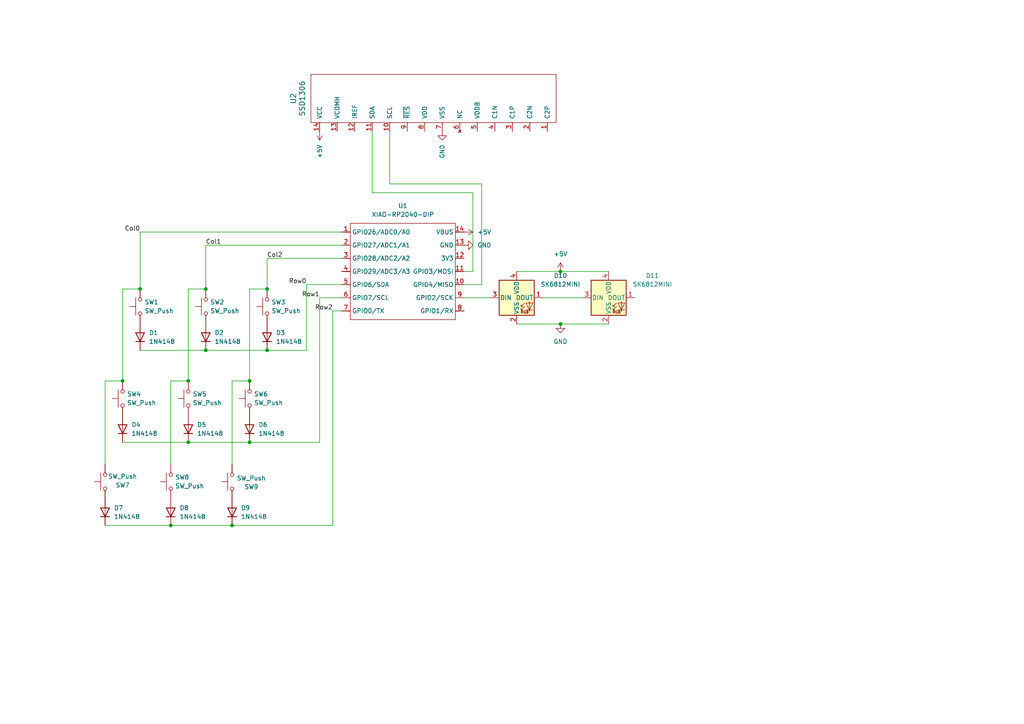
<source format=kicad_sch>
(kicad_sch
	(version 20250114)
	(generator "eeschema")
	(generator_version "9.0")
	(uuid "5a0e4c7f-9d00-4f73-84f1-b155b5a826ff")
	(paper "A4")
	(lib_symbols
		(symbol "Diode:1N4148"
			(pin_numbers
				(hide yes)
			)
			(pin_names
				(hide yes)
			)
			(exclude_from_sim no)
			(in_bom yes)
			(on_board yes)
			(property "Reference" "D"
				(at 0 2.54 0)
				(effects
					(font
						(size 1.27 1.27)
					)
				)
			)
			(property "Value" "1N4148"
				(at 0 -2.54 0)
				(effects
					(font
						(size 1.27 1.27)
					)
				)
			)
			(property "Footprint" "Diode_THT:D_DO-35_SOD27_P7.62mm_Horizontal"
				(at 0 0 0)
				(effects
					(font
						(size 1.27 1.27)
					)
					(hide yes)
				)
			)
			(property "Datasheet" "https://assets.nexperia.com/documents/data-sheet/1N4148_1N4448.pdf"
				(at 0 0 0)
				(effects
					(font
						(size 1.27 1.27)
					)
					(hide yes)
				)
			)
			(property "Description" "100V 0.15A standard switching diode, DO-35"
				(at 0 0 0)
				(effects
					(font
						(size 1.27 1.27)
					)
					(hide yes)
				)
			)
			(property "Sim.Device" "D"
				(at 0 0 0)
				(effects
					(font
						(size 1.27 1.27)
					)
					(hide yes)
				)
			)
			(property "Sim.Pins" "1=K 2=A"
				(at 0 0 0)
				(effects
					(font
						(size 1.27 1.27)
					)
					(hide yes)
				)
			)
			(property "ki_keywords" "diode"
				(at 0 0 0)
				(effects
					(font
						(size 1.27 1.27)
					)
					(hide yes)
				)
			)
			(property "ki_fp_filters" "D*DO?35*"
				(at 0 0 0)
				(effects
					(font
						(size 1.27 1.27)
					)
					(hide yes)
				)
			)
			(symbol "1N4148_0_1"
				(polyline
					(pts
						(xy -1.27 1.27) (xy -1.27 -1.27)
					)
					(stroke
						(width 0.254)
						(type default)
					)
					(fill
						(type none)
					)
				)
				(polyline
					(pts
						(xy 1.27 1.27) (xy 1.27 -1.27) (xy -1.27 0) (xy 1.27 1.27)
					)
					(stroke
						(width 0.254)
						(type default)
					)
					(fill
						(type none)
					)
				)
				(polyline
					(pts
						(xy 1.27 0) (xy -1.27 0)
					)
					(stroke
						(width 0)
						(type default)
					)
					(fill
						(type none)
					)
				)
			)
			(symbol "1N4148_1_1"
				(pin passive line
					(at -3.81 0 0)
					(length 2.54)
					(name "K"
						(effects
							(font
								(size 1.27 1.27)
							)
						)
					)
					(number "1"
						(effects
							(font
								(size 1.27 1.27)
							)
						)
					)
				)
				(pin passive line
					(at 3.81 0 180)
					(length 2.54)
					(name "A"
						(effects
							(font
								(size 1.27 1.27)
							)
						)
					)
					(number "2"
						(effects
							(font
								(size 1.27 1.27)
							)
						)
					)
				)
			)
			(embedded_fonts no)
		)
		(symbol "LED:SK6812MINI"
			(pin_names
				(offset 0.254)
			)
			(exclude_from_sim no)
			(in_bom yes)
			(on_board yes)
			(property "Reference" "D"
				(at 5.08 5.715 0)
				(effects
					(font
						(size 1.27 1.27)
					)
					(justify right bottom)
				)
			)
			(property "Value" "SK6812MINI"
				(at 1.27 -5.715 0)
				(effects
					(font
						(size 1.27 1.27)
					)
					(justify left top)
				)
			)
			(property "Footprint" "LED_SMD:LED_SK6812MINI_PLCC4_3.5x3.5mm_P1.75mm"
				(at 1.27 -7.62 0)
				(effects
					(font
						(size 1.27 1.27)
					)
					(justify left top)
					(hide yes)
				)
			)
			(property "Datasheet" "https://cdn-shop.adafruit.com/product-files/2686/SK6812MINI_REV.01-1-2.pdf"
				(at 2.54 -9.525 0)
				(effects
					(font
						(size 1.27 1.27)
					)
					(justify left top)
					(hide yes)
				)
			)
			(property "Description" "RGB LED with integrated controller"
				(at 0 0 0)
				(effects
					(font
						(size 1.27 1.27)
					)
					(hide yes)
				)
			)
			(property "ki_keywords" "RGB LED NeoPixel Mini addressable"
				(at 0 0 0)
				(effects
					(font
						(size 1.27 1.27)
					)
					(hide yes)
				)
			)
			(property "ki_fp_filters" "LED*SK6812MINI*PLCC*3.5x3.5mm*P1.75mm*"
				(at 0 0 0)
				(effects
					(font
						(size 1.27 1.27)
					)
					(hide yes)
				)
			)
			(symbol "SK6812MINI_0_0"
				(text "RGB"
					(at 2.286 -4.191 0)
					(effects
						(font
							(size 0.762 0.762)
						)
					)
				)
			)
			(symbol "SK6812MINI_0_1"
				(polyline
					(pts
						(xy 1.27 -2.54) (xy 1.778 -2.54)
					)
					(stroke
						(width 0)
						(type default)
					)
					(fill
						(type none)
					)
				)
				(polyline
					(pts
						(xy 1.27 -3.556) (xy 1.778 -3.556)
					)
					(stroke
						(width 0)
						(type default)
					)
					(fill
						(type none)
					)
				)
				(polyline
					(pts
						(xy 2.286 -1.524) (xy 1.27 -2.54) (xy 1.27 -2.032)
					)
					(stroke
						(width 0)
						(type default)
					)
					(fill
						(type none)
					)
				)
				(polyline
					(pts
						(xy 2.286 -2.54) (xy 1.27 -3.556) (xy 1.27 -3.048)
					)
					(stroke
						(width 0)
						(type default)
					)
					(fill
						(type none)
					)
				)
				(polyline
					(pts
						(xy 3.683 -1.016) (xy 3.683 -3.556) (xy 3.683 -4.064)
					)
					(stroke
						(width 0)
						(type default)
					)
					(fill
						(type none)
					)
				)
				(polyline
					(pts
						(xy 4.699 -1.524) (xy 2.667 -1.524) (xy 3.683 -3.556) (xy 4.699 -1.524)
					)
					(stroke
						(width 0)
						(type default)
					)
					(fill
						(type none)
					)
				)
				(polyline
					(pts
						(xy 4.699 -3.556) (xy 2.667 -3.556)
					)
					(stroke
						(width 0)
						(type default)
					)
					(fill
						(type none)
					)
				)
				(rectangle
					(start 5.08 5.08)
					(end -5.08 -5.08)
					(stroke
						(width 0.254)
						(type default)
					)
					(fill
						(type background)
					)
				)
			)
			(symbol "SK6812MINI_1_1"
				(pin input line
					(at -7.62 0 0)
					(length 2.54)
					(name "DIN"
						(effects
							(font
								(size 1.27 1.27)
							)
						)
					)
					(number "3"
						(effects
							(font
								(size 1.27 1.27)
							)
						)
					)
				)
				(pin power_in line
					(at 0 7.62 270)
					(length 2.54)
					(name "VDD"
						(effects
							(font
								(size 1.27 1.27)
							)
						)
					)
					(number "4"
						(effects
							(font
								(size 1.27 1.27)
							)
						)
					)
				)
				(pin power_in line
					(at 0 -7.62 90)
					(length 2.54)
					(name "VSS"
						(effects
							(font
								(size 1.27 1.27)
							)
						)
					)
					(number "2"
						(effects
							(font
								(size 1.27 1.27)
							)
						)
					)
				)
				(pin output line
					(at 7.62 0 180)
					(length 2.54)
					(name "DOUT"
						(effects
							(font
								(size 1.27 1.27)
							)
						)
					)
					(number "1"
						(effects
							(font
								(size 1.27 1.27)
							)
						)
					)
				)
			)
			(embedded_fonts no)
		)
		(symbol "OLED:SSD1306"
			(pin_names
				(offset 1.016)
			)
			(exclude_from_sim no)
			(in_bom yes)
			(on_board yes)
			(property "Reference" "U"
				(at 34.29 15.24 0)
				(effects
					(font
						(size 1.524 1.524)
					)
					(justify right top)
				)
			)
			(property "Value" "SSD1306"
				(at -34.29 15.24 0)
				(effects
					(font
						(size 1.524 1.524)
					)
					(justify left top)
				)
			)
			(property "Footprint" ""
				(at 0 0 0)
				(effects
					(font
						(size 1.524 1.524)
					)
					(hide yes)
				)
			)
			(property "Datasheet" ""
				(at 0 0 0)
				(effects
					(font
						(size 1.524 1.524)
					)
					(hide yes)
				)
			)
			(property "Description" ""
				(at 0 0 0)
				(effects
					(font
						(size 1.27 1.27)
					)
					(hide yes)
				)
			)
			(symbol "SSD1306_0_1"
				(rectangle
					(start -35.56 16.51)
					(end 35.56 2.54)
					(stroke
						(width 0)
						(type solid)
					)
					(fill
						(type none)
					)
				)
			)
			(symbol "SSD1306_1_1"
				(pin input line
					(at -33.02 0 90)
					(length 2.54)
					(name "C2P"
						(effects
							(font
								(size 1.27 1.27)
							)
						)
					)
					(number "1"
						(effects
							(font
								(size 1.27 1.27)
							)
						)
					)
				)
				(pin input line
					(at -27.94 0 90)
					(length 2.54)
					(name "C2N"
						(effects
							(font
								(size 1.27 1.27)
							)
						)
					)
					(number "2"
						(effects
							(font
								(size 1.27 1.27)
							)
						)
					)
				)
				(pin input line
					(at -22.86 0 90)
					(length 2.54)
					(name "C1P"
						(effects
							(font
								(size 1.27 1.27)
							)
						)
					)
					(number "3"
						(effects
							(font
								(size 1.27 1.27)
							)
						)
					)
				)
				(pin input line
					(at -17.78 0 90)
					(length 2.54)
					(name "C1N"
						(effects
							(font
								(size 1.27 1.27)
							)
						)
					)
					(number "4"
						(effects
							(font
								(size 1.27 1.27)
							)
						)
					)
				)
				(pin input line
					(at -12.7 0 90)
					(length 2.54)
					(name "VDDB"
						(effects
							(font
								(size 1.27 1.27)
							)
						)
					)
					(number "5"
						(effects
							(font
								(size 1.27 1.27)
							)
						)
					)
				)
				(pin no_connect line
					(at -7.62 0 90)
					(length 2.54)
					(name "NC"
						(effects
							(font
								(size 1.27 1.27)
							)
						)
					)
					(number "6"
						(effects
							(font
								(size 1.27 1.27)
							)
						)
					)
				)
				(pin output line
					(at -2.54 0 90)
					(length 2.54)
					(name "VSS"
						(effects
							(font
								(size 1.27 1.27)
							)
						)
					)
					(number "7"
						(effects
							(font
								(size 1.27 1.27)
							)
						)
					)
				)
				(pin input line
					(at 2.54 0 90)
					(length 2.54)
					(name "VDD"
						(effects
							(font
								(size 1.27 1.27)
							)
						)
					)
					(number "8"
						(effects
							(font
								(size 1.27 1.27)
							)
						)
					)
				)
				(pin input line
					(at 7.62 0 90)
					(length 2.54)
					(name "~{RES}"
						(effects
							(font
								(size 1.27 1.27)
							)
						)
					)
					(number "9"
						(effects
							(font
								(size 1.27 1.27)
							)
						)
					)
				)
				(pin input line
					(at 12.7 0 90)
					(length 2.54)
					(name "SCL"
						(effects
							(font
								(size 1.27 1.27)
							)
						)
					)
					(number "10"
						(effects
							(font
								(size 1.27 1.27)
							)
						)
					)
				)
				(pin input line
					(at 17.78 0 90)
					(length 2.54)
					(name "SDA"
						(effects
							(font
								(size 1.27 1.27)
							)
						)
					)
					(number "11"
						(effects
							(font
								(size 1.27 1.27)
							)
						)
					)
				)
				(pin input line
					(at 22.86 0 90)
					(length 2.54)
					(name "IREF"
						(effects
							(font
								(size 1.27 1.27)
							)
						)
					)
					(number "12"
						(effects
							(font
								(size 1.27 1.27)
							)
						)
					)
				)
				(pin input line
					(at 27.94 0 90)
					(length 2.54)
					(name "VCOMH"
						(effects
							(font
								(size 1.27 1.27)
							)
						)
					)
					(number "13"
						(effects
							(font
								(size 1.27 1.27)
							)
						)
					)
				)
				(pin input line
					(at 33.02 0 90)
					(length 2.54)
					(name "VCC"
						(effects
							(font
								(size 1.27 1.27)
							)
						)
					)
					(number "14"
						(effects
							(font
								(size 1.27 1.27)
							)
						)
					)
				)
			)
			(embedded_fonts no)
		)
		(symbol "OPL:XIAO-RP2040-DIP"
			(exclude_from_sim no)
			(in_bom yes)
			(on_board yes)
			(property "Reference" "U"
				(at 0 0 0)
				(effects
					(font
						(size 1.27 1.27)
					)
				)
			)
			(property "Value" "XIAO-RP2040-DIP"
				(at 5.334 -1.778 0)
				(effects
					(font
						(size 1.27 1.27)
					)
				)
			)
			(property "Footprint" "Module:MOUDLE14P-XIAO-DIP-SMD"
				(at 14.478 -32.258 0)
				(effects
					(font
						(size 1.27 1.27)
					)
					(hide yes)
				)
			)
			(property "Datasheet" ""
				(at 0 0 0)
				(effects
					(font
						(size 1.27 1.27)
					)
					(hide yes)
				)
			)
			(property "Description" ""
				(at 0 0 0)
				(effects
					(font
						(size 1.27 1.27)
					)
					(hide yes)
				)
			)
			(symbol "XIAO-RP2040-DIP_1_0"
				(polyline
					(pts
						(xy -1.27 -2.54) (xy 29.21 -2.54)
					)
					(stroke
						(width 0.1524)
						(type solid)
					)
					(fill
						(type none)
					)
				)
				(polyline
					(pts
						(xy -1.27 -5.08) (xy -2.54 -5.08)
					)
					(stroke
						(width 0.1524)
						(type solid)
					)
					(fill
						(type none)
					)
				)
				(polyline
					(pts
						(xy -1.27 -5.08) (xy -1.27 -2.54)
					)
					(stroke
						(width 0.1524)
						(type solid)
					)
					(fill
						(type none)
					)
				)
				(polyline
					(pts
						(xy -1.27 -8.89) (xy -2.54 -8.89)
					)
					(stroke
						(width 0.1524)
						(type solid)
					)
					(fill
						(type none)
					)
				)
				(polyline
					(pts
						(xy -1.27 -8.89) (xy -1.27 -5.08)
					)
					(stroke
						(width 0.1524)
						(type solid)
					)
					(fill
						(type none)
					)
				)
				(polyline
					(pts
						(xy -1.27 -12.7) (xy -2.54 -12.7)
					)
					(stroke
						(width 0.1524)
						(type solid)
					)
					(fill
						(type none)
					)
				)
				(polyline
					(pts
						(xy -1.27 -12.7) (xy -1.27 -8.89)
					)
					(stroke
						(width 0.1524)
						(type solid)
					)
					(fill
						(type none)
					)
				)
				(polyline
					(pts
						(xy -1.27 -16.51) (xy -2.54 -16.51)
					)
					(stroke
						(width 0.1524)
						(type solid)
					)
					(fill
						(type none)
					)
				)
				(polyline
					(pts
						(xy -1.27 -16.51) (xy -1.27 -12.7)
					)
					(stroke
						(width 0.1524)
						(type solid)
					)
					(fill
						(type none)
					)
				)
				(polyline
					(pts
						(xy -1.27 -20.32) (xy -2.54 -20.32)
					)
					(stroke
						(width 0.1524)
						(type solid)
					)
					(fill
						(type none)
					)
				)
				(polyline
					(pts
						(xy -1.27 -24.13) (xy -2.54 -24.13)
					)
					(stroke
						(width 0.1524)
						(type solid)
					)
					(fill
						(type none)
					)
				)
				(polyline
					(pts
						(xy -1.27 -27.94) (xy -2.54 -27.94)
					)
					(stroke
						(width 0.1524)
						(type solid)
					)
					(fill
						(type none)
					)
				)
				(polyline
					(pts
						(xy -1.27 -30.48) (xy -1.27 -16.51)
					)
					(stroke
						(width 0.1524)
						(type solid)
					)
					(fill
						(type none)
					)
				)
				(polyline
					(pts
						(xy 29.21 -2.54) (xy 29.21 -5.08)
					)
					(stroke
						(width 0.1524)
						(type solid)
					)
					(fill
						(type none)
					)
				)
				(polyline
					(pts
						(xy 29.21 -5.08) (xy 29.21 -8.89)
					)
					(stroke
						(width 0.1524)
						(type solid)
					)
					(fill
						(type none)
					)
				)
				(polyline
					(pts
						(xy 29.21 -8.89) (xy 29.21 -12.7)
					)
					(stroke
						(width 0.1524)
						(type solid)
					)
					(fill
						(type none)
					)
				)
				(polyline
					(pts
						(xy 29.21 -12.7) (xy 29.21 -30.48)
					)
					(stroke
						(width 0.1524)
						(type solid)
					)
					(fill
						(type none)
					)
				)
				(polyline
					(pts
						(xy 29.21 -30.48) (xy -1.27 -30.48)
					)
					(stroke
						(width 0.1524)
						(type solid)
					)
					(fill
						(type none)
					)
				)
				(polyline
					(pts
						(xy 30.48 -5.08) (xy 29.21 -5.08)
					)
					(stroke
						(width 0.1524)
						(type solid)
					)
					(fill
						(type none)
					)
				)
				(polyline
					(pts
						(xy 30.48 -8.89) (xy 29.21 -8.89)
					)
					(stroke
						(width 0.1524)
						(type solid)
					)
					(fill
						(type none)
					)
				)
				(polyline
					(pts
						(xy 30.48 -12.7) (xy 29.21 -12.7)
					)
					(stroke
						(width 0.1524)
						(type solid)
					)
					(fill
						(type none)
					)
				)
				(polyline
					(pts
						(xy 30.48 -16.51) (xy 29.21 -16.51)
					)
					(stroke
						(width 0.1524)
						(type solid)
					)
					(fill
						(type none)
					)
				)
				(polyline
					(pts
						(xy 30.48 -20.32) (xy 29.21 -20.32)
					)
					(stroke
						(width 0.1524)
						(type solid)
					)
					(fill
						(type none)
					)
				)
				(polyline
					(pts
						(xy 30.48 -24.13) (xy 29.21 -24.13)
					)
					(stroke
						(width 0.1524)
						(type solid)
					)
					(fill
						(type none)
					)
				)
				(polyline
					(pts
						(xy 30.48 -27.94) (xy 29.21 -27.94)
					)
					(stroke
						(width 0.1524)
						(type solid)
					)
					(fill
						(type none)
					)
				)
				(pin passive line
					(at -3.81 -5.08 0)
					(length 2.54)
					(name "GPIO26/ADC0/A0"
						(effects
							(font
								(size 1.27 1.27)
							)
						)
					)
					(number "1"
						(effects
							(font
								(size 1.27 1.27)
							)
						)
					)
				)
				(pin passive line
					(at -3.81 -8.89 0)
					(length 2.54)
					(name "GPIO27/ADC1/A1"
						(effects
							(font
								(size 1.27 1.27)
							)
						)
					)
					(number "2"
						(effects
							(font
								(size 1.27 1.27)
							)
						)
					)
				)
				(pin passive line
					(at -3.81 -12.7 0)
					(length 2.54)
					(name "GPIO28/ADC2/A2"
						(effects
							(font
								(size 1.27 1.27)
							)
						)
					)
					(number "3"
						(effects
							(font
								(size 1.27 1.27)
							)
						)
					)
				)
				(pin passive line
					(at -3.81 -16.51 0)
					(length 2.54)
					(name "GPIO29/ADC3/A3"
						(effects
							(font
								(size 1.27 1.27)
							)
						)
					)
					(number "4"
						(effects
							(font
								(size 1.27 1.27)
							)
						)
					)
				)
				(pin passive line
					(at -3.81 -20.32 0)
					(length 2.54)
					(name "GPIO6/SDA"
						(effects
							(font
								(size 1.27 1.27)
							)
						)
					)
					(number "5"
						(effects
							(font
								(size 1.27 1.27)
							)
						)
					)
				)
				(pin passive line
					(at -3.81 -24.13 0)
					(length 2.54)
					(name "GPIO7/SCL"
						(effects
							(font
								(size 1.27 1.27)
							)
						)
					)
					(number "6"
						(effects
							(font
								(size 1.27 1.27)
							)
						)
					)
				)
				(pin passive line
					(at -3.81 -27.94 0)
					(length 2.54)
					(name "GPIO0/TX"
						(effects
							(font
								(size 1.27 1.27)
							)
						)
					)
					(number "7"
						(effects
							(font
								(size 1.27 1.27)
							)
						)
					)
				)
				(pin passive line
					(at 31.75 -5.08 180)
					(length 2.54)
					(name "VBUS"
						(effects
							(font
								(size 1.27 1.27)
							)
						)
					)
					(number "14"
						(effects
							(font
								(size 1.27 1.27)
							)
						)
					)
				)
				(pin passive line
					(at 31.75 -8.89 180)
					(length 2.54)
					(name "GND"
						(effects
							(font
								(size 1.27 1.27)
							)
						)
					)
					(number "13"
						(effects
							(font
								(size 1.27 1.27)
							)
						)
					)
				)
				(pin passive line
					(at 31.75 -12.7 180)
					(length 2.54)
					(name "3V3"
						(effects
							(font
								(size 1.27 1.27)
							)
						)
					)
					(number "12"
						(effects
							(font
								(size 1.27 1.27)
							)
						)
					)
				)
				(pin passive line
					(at 31.75 -16.51 180)
					(length 2.54)
					(name "GPIO3/MOSI"
						(effects
							(font
								(size 1.27 1.27)
							)
						)
					)
					(number "11"
						(effects
							(font
								(size 1.27 1.27)
							)
						)
					)
				)
				(pin passive line
					(at 31.75 -20.32 180)
					(length 2.54)
					(name "GPIO4/MISO"
						(effects
							(font
								(size 1.27 1.27)
							)
						)
					)
					(number "10"
						(effects
							(font
								(size 1.27 1.27)
							)
						)
					)
				)
				(pin passive line
					(at 31.75 -24.13 180)
					(length 2.54)
					(name "GPIO2/SCK"
						(effects
							(font
								(size 1.27 1.27)
							)
						)
					)
					(number "9"
						(effects
							(font
								(size 1.27 1.27)
							)
						)
					)
				)
				(pin passive line
					(at 31.75 -27.94 180)
					(length 2.54)
					(name "GPIO1/RX"
						(effects
							(font
								(size 1.27 1.27)
							)
						)
					)
					(number "8"
						(effects
							(font
								(size 1.27 1.27)
							)
						)
					)
				)
			)
			(embedded_fonts no)
		)
		(symbol "Switch:SW_Push"
			(pin_numbers
				(hide yes)
			)
			(pin_names
				(offset 1.016)
				(hide yes)
			)
			(exclude_from_sim no)
			(in_bom yes)
			(on_board yes)
			(property "Reference" "SW"
				(at 1.27 2.54 0)
				(effects
					(font
						(size 1.27 1.27)
					)
					(justify left)
				)
			)
			(property "Value" "SW_Push"
				(at 0 -1.524 0)
				(effects
					(font
						(size 1.27 1.27)
					)
				)
			)
			(property "Footprint" ""
				(at 0 5.08 0)
				(effects
					(font
						(size 1.27 1.27)
					)
					(hide yes)
				)
			)
			(property "Datasheet" "~"
				(at 0 5.08 0)
				(effects
					(font
						(size 1.27 1.27)
					)
					(hide yes)
				)
			)
			(property "Description" "Push button switch, generic, two pins"
				(at 0 0 0)
				(effects
					(font
						(size 1.27 1.27)
					)
					(hide yes)
				)
			)
			(property "ki_keywords" "switch normally-open pushbutton push-button"
				(at 0 0 0)
				(effects
					(font
						(size 1.27 1.27)
					)
					(hide yes)
				)
			)
			(symbol "SW_Push_0_1"
				(circle
					(center -2.032 0)
					(radius 0.508)
					(stroke
						(width 0)
						(type default)
					)
					(fill
						(type none)
					)
				)
				(polyline
					(pts
						(xy 0 1.27) (xy 0 3.048)
					)
					(stroke
						(width 0)
						(type default)
					)
					(fill
						(type none)
					)
				)
				(circle
					(center 2.032 0)
					(radius 0.508)
					(stroke
						(width 0)
						(type default)
					)
					(fill
						(type none)
					)
				)
				(polyline
					(pts
						(xy 2.54 1.27) (xy -2.54 1.27)
					)
					(stroke
						(width 0)
						(type default)
					)
					(fill
						(type none)
					)
				)
				(pin passive line
					(at -5.08 0 0)
					(length 2.54)
					(name "1"
						(effects
							(font
								(size 1.27 1.27)
							)
						)
					)
					(number "1"
						(effects
							(font
								(size 1.27 1.27)
							)
						)
					)
				)
				(pin passive line
					(at 5.08 0 180)
					(length 2.54)
					(name "2"
						(effects
							(font
								(size 1.27 1.27)
							)
						)
					)
					(number "2"
						(effects
							(font
								(size 1.27 1.27)
							)
						)
					)
				)
			)
			(embedded_fonts no)
		)
		(symbol "power:+5V"
			(power)
			(pin_numbers
				(hide yes)
			)
			(pin_names
				(offset 0)
				(hide yes)
			)
			(exclude_from_sim no)
			(in_bom yes)
			(on_board yes)
			(property "Reference" "#PWR"
				(at 0 -3.81 0)
				(effects
					(font
						(size 1.27 1.27)
					)
					(hide yes)
				)
			)
			(property "Value" "+5V"
				(at 0 3.556 0)
				(effects
					(font
						(size 1.27 1.27)
					)
				)
			)
			(property "Footprint" ""
				(at 0 0 0)
				(effects
					(font
						(size 1.27 1.27)
					)
					(hide yes)
				)
			)
			(property "Datasheet" ""
				(at 0 0 0)
				(effects
					(font
						(size 1.27 1.27)
					)
					(hide yes)
				)
			)
			(property "Description" "Power symbol creates a global label with name \"+5V\""
				(at 0 0 0)
				(effects
					(font
						(size 1.27 1.27)
					)
					(hide yes)
				)
			)
			(property "ki_keywords" "global power"
				(at 0 0 0)
				(effects
					(font
						(size 1.27 1.27)
					)
					(hide yes)
				)
			)
			(symbol "+5V_0_1"
				(polyline
					(pts
						(xy -0.762 1.27) (xy 0 2.54)
					)
					(stroke
						(width 0)
						(type default)
					)
					(fill
						(type none)
					)
				)
				(polyline
					(pts
						(xy 0 2.54) (xy 0.762 1.27)
					)
					(stroke
						(width 0)
						(type default)
					)
					(fill
						(type none)
					)
				)
				(polyline
					(pts
						(xy 0 0) (xy 0 2.54)
					)
					(stroke
						(width 0)
						(type default)
					)
					(fill
						(type none)
					)
				)
			)
			(symbol "+5V_1_1"
				(pin power_in line
					(at 0 0 90)
					(length 0)
					(name "~"
						(effects
							(font
								(size 1.27 1.27)
							)
						)
					)
					(number "1"
						(effects
							(font
								(size 1.27 1.27)
							)
						)
					)
				)
			)
			(embedded_fonts no)
		)
		(symbol "power:GND"
			(power)
			(pin_numbers
				(hide yes)
			)
			(pin_names
				(offset 0)
				(hide yes)
			)
			(exclude_from_sim no)
			(in_bom yes)
			(on_board yes)
			(property "Reference" "#PWR"
				(at 0 -6.35 0)
				(effects
					(font
						(size 1.27 1.27)
					)
					(hide yes)
				)
			)
			(property "Value" "GND"
				(at 0 -3.81 0)
				(effects
					(font
						(size 1.27 1.27)
					)
				)
			)
			(property "Footprint" ""
				(at 0 0 0)
				(effects
					(font
						(size 1.27 1.27)
					)
					(hide yes)
				)
			)
			(property "Datasheet" ""
				(at 0 0 0)
				(effects
					(font
						(size 1.27 1.27)
					)
					(hide yes)
				)
			)
			(property "Description" "Power symbol creates a global label with name \"GND\" , ground"
				(at 0 0 0)
				(effects
					(font
						(size 1.27 1.27)
					)
					(hide yes)
				)
			)
			(property "ki_keywords" "global power"
				(at 0 0 0)
				(effects
					(font
						(size 1.27 1.27)
					)
					(hide yes)
				)
			)
			(symbol "GND_0_1"
				(polyline
					(pts
						(xy 0 0) (xy 0 -1.27) (xy 1.27 -1.27) (xy 0 -2.54) (xy -1.27 -1.27) (xy 0 -1.27)
					)
					(stroke
						(width 0)
						(type default)
					)
					(fill
						(type none)
					)
				)
			)
			(symbol "GND_1_1"
				(pin power_in line
					(at 0 0 270)
					(length 0)
					(name "~"
						(effects
							(font
								(size 1.27 1.27)
							)
						)
					)
					(number "1"
						(effects
							(font
								(size 1.27 1.27)
							)
						)
					)
				)
			)
			(embedded_fonts no)
		)
	)
	(junction
		(at 54.61 110.49)
		(diameter 0)
		(color 0 0 0 0)
		(uuid "120663b1-1599-4e73-bdbf-d724f5407f04")
	)
	(junction
		(at 77.47 101.6)
		(diameter 0)
		(color 0 0 0 0)
		(uuid "26e8efc3-e590-4973-a26a-87be7d449b58")
	)
	(junction
		(at 40.64 83.82)
		(diameter 0)
		(color 0 0 0 0)
		(uuid "2bc3d099-4467-49d5-88d0-56d765b8b651")
	)
	(junction
		(at 49.53 152.4)
		(diameter 0)
		(color 0 0 0 0)
		(uuid "4787dfed-7575-4897-a41d-6fc4d673fd2b")
	)
	(junction
		(at 72.39 110.49)
		(diameter 0)
		(color 0 0 0 0)
		(uuid "48bfd038-cde8-4d08-9f14-9384cd934c10")
	)
	(junction
		(at 35.56 110.49)
		(diameter 0)
		(color 0 0 0 0)
		(uuid "544c8df6-7b75-4767-88d1-332f7f98f717")
	)
	(junction
		(at 67.31 152.4)
		(diameter 0)
		(color 0 0 0 0)
		(uuid "5a997d8c-de6b-42c4-83f8-acd16c899bd2")
	)
	(junction
		(at 59.69 101.6)
		(diameter 0)
		(color 0 0 0 0)
		(uuid "602ccb87-e840-4070-aed0-f642fc2f165c")
	)
	(junction
		(at 54.61 128.27)
		(diameter 0)
		(color 0 0 0 0)
		(uuid "6b2a902e-b3fe-4437-9000-8a9b674f1623")
	)
	(junction
		(at 72.39 128.27)
		(diameter 0)
		(color 0 0 0 0)
		(uuid "794b9f4e-2344-4bf3-8b7d-1e0e9bad2411")
	)
	(junction
		(at 162.56 78.74)
		(diameter 0)
		(color 0 0 0 0)
		(uuid "7b3e9d89-487c-4543-9439-3dfaad25ee9b")
	)
	(junction
		(at 77.47 83.82)
		(diameter 0)
		(color 0 0 0 0)
		(uuid "84f0a293-1bfc-4482-8dfb-b3c2888cb0de")
	)
	(junction
		(at 162.56 93.98)
		(diameter 0)
		(color 0 0 0 0)
		(uuid "a1602296-b349-4008-b97c-68068662eddb")
	)
	(junction
		(at 59.69 83.82)
		(diameter 0)
		(color 0 0 0 0)
		(uuid "fb6912dd-a1bc-48f1-a85e-e800fbad5f28")
	)
	(wire
		(pts
			(xy 67.31 110.49) (xy 67.31 134.62)
		)
		(stroke
			(width 0)
			(type default)
		)
		(uuid "01cbf54a-b35f-49ec-8c9b-60e59e5352ac")
	)
	(wire
		(pts
			(xy 40.64 67.31) (xy 99.06 67.31)
		)
		(stroke
			(width 0)
			(type default)
		)
		(uuid "03f30d43-1283-4a9b-9b4b-99beb5b0680e")
	)
	(wire
		(pts
			(xy 149.86 93.98) (xy 162.56 93.98)
		)
		(stroke
			(width 0)
			(type default)
		)
		(uuid "071353ed-1f13-4186-8f3c-a3abb5a6af92")
	)
	(wire
		(pts
			(xy 113.03 53.34) (xy 139.7 53.34)
		)
		(stroke
			(width 0)
			(type default)
		)
		(uuid "09d64a2b-ee38-42f7-a550-9948ec74ef06")
	)
	(wire
		(pts
			(xy 157.48 86.36) (xy 168.91 86.36)
		)
		(stroke
			(width 0)
			(type default)
		)
		(uuid "0eacd239-8dfc-4806-8a2d-e67a93530690")
	)
	(wire
		(pts
			(xy 149.86 78.74) (xy 162.56 78.74)
		)
		(stroke
			(width 0)
			(type default)
		)
		(uuid "23c0d72e-eaae-4c28-af95-e316e4207935")
	)
	(wire
		(pts
			(xy 35.56 128.27) (xy 54.61 128.27)
		)
		(stroke
			(width 0)
			(type default)
		)
		(uuid "284bc1fb-e0e5-41a1-a416-a624edae4e45")
	)
	(wire
		(pts
			(xy 88.9 82.55) (xy 99.06 82.55)
		)
		(stroke
			(width 0)
			(type default)
		)
		(uuid "31027cdb-4c31-46b8-a4a4-169aa37dc7ed")
	)
	(wire
		(pts
			(xy 92.71 86.36) (xy 99.06 86.36)
		)
		(stroke
			(width 0)
			(type default)
		)
		(uuid "318bc45f-a1d7-4724-a5f6-c3244137bec6")
	)
	(wire
		(pts
			(xy 35.56 83.82) (xy 35.56 110.49)
		)
		(stroke
			(width 0)
			(type default)
		)
		(uuid "394c7658-0763-4dcf-beec-f4cf6ec065bf")
	)
	(wire
		(pts
			(xy 72.39 128.27) (xy 92.71 128.27)
		)
		(stroke
			(width 0)
			(type default)
		)
		(uuid "3dc7041d-2737-4b04-8808-bcc093ef5ddf")
	)
	(wire
		(pts
			(xy 107.95 38.1) (xy 107.95 55.88)
		)
		(stroke
			(width 0)
			(type default)
		)
		(uuid "3eedf285-5311-4feb-bad8-c1bdc4591965")
	)
	(wire
		(pts
			(xy 139.7 82.55) (xy 134.62 82.55)
		)
		(stroke
			(width 0)
			(type default)
		)
		(uuid "3f773768-6f5e-4630-8781-8d9d0102d107")
	)
	(wire
		(pts
			(xy 92.71 128.27) (xy 92.71 86.36)
		)
		(stroke
			(width 0)
			(type default)
		)
		(uuid "46f9e1f1-f3b2-4d03-be2d-5fd716e58731")
	)
	(wire
		(pts
			(xy 40.64 83.82) (xy 35.56 83.82)
		)
		(stroke
			(width 0)
			(type default)
		)
		(uuid "486c9fec-ef15-415d-b5bf-b63199453bb9")
	)
	(wire
		(pts
			(xy 59.69 83.82) (xy 59.69 71.12)
		)
		(stroke
			(width 0)
			(type default)
		)
		(uuid "4a32ca9d-4d3f-4316-894e-12ebee1c7b20")
	)
	(wire
		(pts
			(xy 134.62 86.36) (xy 142.24 86.36)
		)
		(stroke
			(width 0)
			(type default)
		)
		(uuid "4d45928d-c86b-4fe9-a115-8b929f5d6b88")
	)
	(wire
		(pts
			(xy 72.39 83.82) (xy 77.47 83.82)
		)
		(stroke
			(width 0)
			(type default)
		)
		(uuid "54563644-5447-4033-8461-a7f7d13808e2")
	)
	(wire
		(pts
			(xy 59.69 71.12) (xy 99.06 71.12)
		)
		(stroke
			(width 0)
			(type default)
		)
		(uuid "576f8aef-e1da-4de2-9173-38009acc788a")
	)
	(wire
		(pts
			(xy 49.53 110.49) (xy 49.53 134.62)
		)
		(stroke
			(width 0)
			(type default)
		)
		(uuid "58474968-8275-4e49-9952-f48ad37dd7f4")
	)
	(wire
		(pts
			(xy 54.61 128.27) (xy 72.39 128.27)
		)
		(stroke
			(width 0)
			(type default)
		)
		(uuid "5c4ae895-a4b4-4cf9-ae80-8785a3c1d6fe")
	)
	(wire
		(pts
			(xy 162.56 78.74) (xy 176.53 78.74)
		)
		(stroke
			(width 0)
			(type default)
		)
		(uuid "5d995cdd-8382-415e-84c1-9a1e5c816e9b")
	)
	(wire
		(pts
			(xy 72.39 110.49) (xy 67.31 110.49)
		)
		(stroke
			(width 0)
			(type default)
		)
		(uuid "68b36e5a-d70a-4e94-8caa-213ac0234124")
	)
	(wire
		(pts
			(xy 59.69 101.6) (xy 77.47 101.6)
		)
		(stroke
			(width 0)
			(type default)
		)
		(uuid "72ed309d-f4ce-47d0-833e-cc508423beb1")
	)
	(wire
		(pts
			(xy 54.61 110.49) (xy 54.61 83.82)
		)
		(stroke
			(width 0)
			(type default)
		)
		(uuid "7a258657-17f0-43e4-a998-9f59a2f4f37b")
	)
	(wire
		(pts
			(xy 96.52 152.4) (xy 96.52 90.17)
		)
		(stroke
			(width 0)
			(type default)
		)
		(uuid "805ce49f-e02e-405c-8a3d-9880c089a13b")
	)
	(wire
		(pts
			(xy 77.47 74.93) (xy 99.06 74.93)
		)
		(stroke
			(width 0)
			(type default)
		)
		(uuid "886f4f2c-6f46-45ff-8fd2-3d2e93c6cd07")
	)
	(wire
		(pts
			(xy 40.64 83.82) (xy 40.64 67.31)
		)
		(stroke
			(width 0)
			(type default)
		)
		(uuid "8b534a8a-f3f5-4645-860f-629ad6e48972")
	)
	(wire
		(pts
			(xy 107.95 55.88) (xy 137.16 55.88)
		)
		(stroke
			(width 0)
			(type default)
		)
		(uuid "8c448da4-ee66-4eca-b299-1a3a24513a4d")
	)
	(wire
		(pts
			(xy 96.52 90.17) (xy 99.06 90.17)
		)
		(stroke
			(width 0)
			(type default)
		)
		(uuid "9392a546-7021-40ac-8f59-e97bfc242973")
	)
	(wire
		(pts
			(xy 77.47 101.6) (xy 88.9 101.6)
		)
		(stroke
			(width 0)
			(type default)
		)
		(uuid "98be63fb-58d9-4834-9704-1e19f85b5772")
	)
	(wire
		(pts
			(xy 113.03 38.1) (xy 113.03 53.34)
		)
		(stroke
			(width 0)
			(type default)
		)
		(uuid "ad50ec97-1cd1-40f7-8891-6bf3fc60063c")
	)
	(wire
		(pts
			(xy 35.56 110.49) (xy 30.48 110.49)
		)
		(stroke
			(width 0)
			(type default)
		)
		(uuid "b5b1aad6-b61d-41ec-a344-3b3f6581e22e")
	)
	(wire
		(pts
			(xy 137.16 55.88) (xy 137.16 78.74)
		)
		(stroke
			(width 0)
			(type default)
		)
		(uuid "b9f6bf99-02bb-437a-9c35-ed838246366b")
	)
	(wire
		(pts
			(xy 77.47 83.82) (xy 77.47 74.93)
		)
		(stroke
			(width 0)
			(type default)
		)
		(uuid "c3789603-bea7-4755-a0a9-4a01d82f1f09")
	)
	(wire
		(pts
			(xy 49.53 152.4) (xy 67.31 152.4)
		)
		(stroke
			(width 0)
			(type default)
		)
		(uuid "c52ad247-1dfd-41d9-9c2d-4e08cda2ac0c")
	)
	(wire
		(pts
			(xy 40.64 101.6) (xy 59.69 101.6)
		)
		(stroke
			(width 0)
			(type default)
		)
		(uuid "cb380c4a-4e13-4f98-8924-5710b3b1fdec")
	)
	(wire
		(pts
			(xy 67.31 152.4) (xy 96.52 152.4)
		)
		(stroke
			(width 0)
			(type default)
		)
		(uuid "ce72107b-4f16-41c9-8fb6-1d466822b440")
	)
	(wire
		(pts
			(xy 137.16 78.74) (xy 134.62 78.74)
		)
		(stroke
			(width 0)
			(type default)
		)
		(uuid "d07d3233-8ecb-4a19-b513-8bad222e97eb")
	)
	(wire
		(pts
			(xy 162.56 93.98) (xy 176.53 93.98)
		)
		(stroke
			(width 0)
			(type default)
		)
		(uuid "d350d4d7-122f-4604-8259-ecf45db52906")
	)
	(wire
		(pts
			(xy 54.61 83.82) (xy 59.69 83.82)
		)
		(stroke
			(width 0)
			(type default)
		)
		(uuid "ddeb0cd1-f7d4-4248-abc0-8355dec2e46f")
	)
	(wire
		(pts
			(xy 88.9 101.6) (xy 88.9 82.55)
		)
		(stroke
			(width 0)
			(type default)
		)
		(uuid "e8c66efa-79be-43c2-a33c-2fd0fb64fe72")
	)
	(wire
		(pts
			(xy 54.61 110.49) (xy 49.53 110.49)
		)
		(stroke
			(width 0)
			(type default)
		)
		(uuid "f160c75a-0020-411e-94a4-5f2358c24060")
	)
	(wire
		(pts
			(xy 139.7 53.34) (xy 139.7 82.55)
		)
		(stroke
			(width 0)
			(type default)
		)
		(uuid "f415a58e-f18b-459a-9aaf-36753bebe1e5")
	)
	(wire
		(pts
			(xy 30.48 152.4) (xy 49.53 152.4)
		)
		(stroke
			(width 0)
			(type default)
		)
		(uuid "f5c53e50-a9ac-472f-95a8-0a600e364f38")
	)
	(wire
		(pts
			(xy 30.48 110.49) (xy 30.48 134.62)
		)
		(stroke
			(width 0)
			(type default)
		)
		(uuid "f70e4c8a-84a6-4f92-bb94-632eddd36a74")
	)
	(wire
		(pts
			(xy 72.39 83.82) (xy 72.39 110.49)
		)
		(stroke
			(width 0)
			(type default)
		)
		(uuid "fbd7d07f-4ca6-4946-842b-5bf877e487f6")
	)
	(label "Col0"
		(at 40.64 67.31 180)
		(effects
			(font
				(size 1.27 1.27)
			)
			(justify right bottom)
		)
		(uuid "2ac60d82-d71d-4d32-a8f3-5221b661c75e")
	)
	(label "Row0"
		(at 88.9 82.55 180)
		(effects
			(font
				(size 1.27 1.27)
			)
			(justify right bottom)
		)
		(uuid "31024df1-1518-4b8b-8733-13125d91204d")
	)
	(label "Row2"
		(at 96.52 90.17 180)
		(effects
			(font
				(size 1.27 1.27)
			)
			(justify right bottom)
		)
		(uuid "47400428-fb24-42fd-99bc-ef8b316434f3")
	)
	(label "Row1"
		(at 92.71 86.36 180)
		(effects
			(font
				(size 1.27 1.27)
			)
			(justify right bottom)
		)
		(uuid "b788e224-dbea-4fd2-8049-ea07155adcb4")
	)
	(label "Col1"
		(at 59.69 71.12 0)
		(effects
			(font
				(size 1.27 1.27)
			)
			(justify left bottom)
		)
		(uuid "ba03cc72-c8d2-43ee-a752-3fda01d4ca44")
	)
	(label "Col2"
		(at 77.47 74.93 0)
		(effects
			(font
				(size 1.27 1.27)
			)
			(justify left bottom)
		)
		(uuid "f411c1c5-615c-4a42-b018-fc8a1140c23a")
	)
	(symbol
		(lib_id "Diode:1N4148")
		(at 49.53 148.59 90)
		(unit 1)
		(exclude_from_sim no)
		(in_bom yes)
		(on_board yes)
		(dnp no)
		(fields_autoplaced yes)
		(uuid "07915acb-8979-4a7e-8a6b-7a0df89ceb35")
		(property "Reference" "D8"
			(at 52.07 147.3199 90)
			(effects
				(font
					(size 1.27 1.27)
				)
				(justify right)
			)
		)
		(property "Value" "1N4148"
			(at 52.07 149.8599 90)
			(effects
				(font
					(size 1.27 1.27)
				)
				(justify right)
			)
		)
		(property "Footprint" "Diode_THT:D_DO-35_SOD27_P7.62mm_Horizontal"
			(at 49.53 148.59 0)
			(effects
				(font
					(size 1.27 1.27)
				)
				(hide yes)
			)
		)
		(property "Datasheet" "https://assets.nexperia.com/documents/data-sheet/1N4148_1N4448.pdf"
			(at 49.53 148.59 0)
			(effects
				(font
					(size 1.27 1.27)
				)
				(hide yes)
			)
		)
		(property "Description" "100V 0.15A standard switching diode, DO-35"
			(at 49.53 148.59 0)
			(effects
				(font
					(size 1.27 1.27)
				)
				(hide yes)
			)
		)
		(property "Sim.Device" "D"
			(at 49.53 148.59 0)
			(effects
				(font
					(size 1.27 1.27)
				)
				(hide yes)
			)
		)
		(property "Sim.Pins" "1=K 2=A"
			(at 49.53 148.59 0)
			(effects
				(font
					(size 1.27 1.27)
				)
				(hide yes)
			)
		)
		(pin "1"
			(uuid "df8a1853-aca9-4d77-b7d7-d096ed01b2c5")
		)
		(pin "2"
			(uuid "5b232b66-b932-4b6b-889b-96ee55cc01c7")
		)
		(instances
			(project "HackPad"
				(path "/5a0e4c7f-9d00-4f73-84f1-b155b5a826ff"
					(reference "D8")
					(unit 1)
				)
			)
		)
	)
	(symbol
		(lib_id "Diode:1N4148")
		(at 72.39 124.46 90)
		(unit 1)
		(exclude_from_sim no)
		(in_bom yes)
		(on_board yes)
		(dnp no)
		(fields_autoplaced yes)
		(uuid "1b2863c3-27e1-4cf1-a82f-e697f68e99c7")
		(property "Reference" "D6"
			(at 74.93 123.1899 90)
			(effects
				(font
					(size 1.27 1.27)
				)
				(justify right)
			)
		)
		(property "Value" "1N4148"
			(at 74.93 125.7299 90)
			(effects
				(font
					(size 1.27 1.27)
				)
				(justify right)
			)
		)
		(property "Footprint" "Diode_THT:D_DO-35_SOD27_P7.62mm_Horizontal"
			(at 72.39 124.46 0)
			(effects
				(font
					(size 1.27 1.27)
				)
				(hide yes)
			)
		)
		(property "Datasheet" "https://assets.nexperia.com/documents/data-sheet/1N4148_1N4448.pdf"
			(at 72.39 124.46 0)
			(effects
				(font
					(size 1.27 1.27)
				)
				(hide yes)
			)
		)
		(property "Description" "100V 0.15A standard switching diode, DO-35"
			(at 72.39 124.46 0)
			(effects
				(font
					(size 1.27 1.27)
				)
				(hide yes)
			)
		)
		(property "Sim.Device" "D"
			(at 72.39 124.46 0)
			(effects
				(font
					(size 1.27 1.27)
				)
				(hide yes)
			)
		)
		(property "Sim.Pins" "1=K 2=A"
			(at 72.39 124.46 0)
			(effects
				(font
					(size 1.27 1.27)
				)
				(hide yes)
			)
		)
		(pin "1"
			(uuid "cf9f47f2-276e-4f7d-9b19-0b54beb1b85c")
		)
		(pin "2"
			(uuid "ea65bca4-317b-4936-9472-2bc0f6106fa7")
		)
		(instances
			(project "HackPad"
				(path "/5a0e4c7f-9d00-4f73-84f1-b155b5a826ff"
					(reference "D6")
					(unit 1)
				)
			)
		)
	)
	(symbol
		(lib_id "Switch:SW_Push")
		(at 30.48 139.7 90)
		(mirror x)
		(unit 1)
		(exclude_from_sim no)
		(in_bom yes)
		(on_board yes)
		(dnp no)
		(uuid "1cdfee9d-3791-4ed1-b3ae-6de751fb7e2c")
		(property "Reference" "SW7"
			(at 35.56 140.716 90)
			(effects
				(font
					(size 1.27 1.27)
				)
			)
		)
		(property "Value" "SW_Push"
			(at 35.56 138.176 90)
			(effects
				(font
					(size 1.27 1.27)
				)
			)
		)
		(property "Footprint" "Button_Switch_Keyboard:SW_Cherry_MX_1.00u_PCB"
			(at 25.4 139.7 0)
			(effects
				(font
					(size 1.27 1.27)
				)
				(hide yes)
			)
		)
		(property "Datasheet" "~"
			(at 25.4 139.7 0)
			(effects
				(font
					(size 1.27 1.27)
				)
				(hide yes)
			)
		)
		(property "Description" "Push button switch, generic, two pins"
			(at 30.48 139.7 0)
			(effects
				(font
					(size 1.27 1.27)
				)
				(hide yes)
			)
		)
		(pin "1"
			(uuid "c9de783a-f0d6-4c0a-bbca-ae2be5663e74")
		)
		(pin "2"
			(uuid "6679a28e-ce4e-4ddb-a7b3-3af0325036ef")
		)
		(instances
			(project "HackPad"
				(path "/5a0e4c7f-9d00-4f73-84f1-b155b5a826ff"
					(reference "SW7")
					(unit 1)
				)
			)
		)
	)
	(symbol
		(lib_id "Switch:SW_Push")
		(at 59.69 88.9 90)
		(mirror x)
		(unit 1)
		(exclude_from_sim no)
		(in_bom yes)
		(on_board yes)
		(dnp no)
		(fields_autoplaced yes)
		(uuid "20797d04-5b4f-4fad-8b78-93512feb59aa")
		(property "Reference" "SW2"
			(at 60.96 87.6299 90)
			(effects
				(font
					(size 1.27 1.27)
				)
				(justify right)
			)
		)
		(property "Value" "SW_Push"
			(at 60.96 90.1699 90)
			(effects
				(font
					(size 1.27 1.27)
				)
				(justify right)
			)
		)
		(property "Footprint" "Button_Switch_Keyboard:SW_Cherry_MX_1.00u_PCB"
			(at 54.61 88.9 0)
			(effects
				(font
					(size 1.27 1.27)
				)
				(hide yes)
			)
		)
		(property "Datasheet" "~"
			(at 54.61 88.9 0)
			(effects
				(font
					(size 1.27 1.27)
				)
				(hide yes)
			)
		)
		(property "Description" "Push button switch, generic, two pins"
			(at 59.69 88.9 0)
			(effects
				(font
					(size 1.27 1.27)
				)
				(hide yes)
			)
		)
		(pin "1"
			(uuid "d1cfe2d0-e92f-40ef-be2d-97eae7c3d5e2")
		)
		(pin "2"
			(uuid "09092aca-dd00-4335-bb65-deb94f2049c6")
		)
		(instances
			(project "HackPad"
				(path "/5a0e4c7f-9d00-4f73-84f1-b155b5a826ff"
					(reference "SW2")
					(unit 1)
				)
			)
		)
	)
	(symbol
		(lib_id "Switch:SW_Push")
		(at 72.39 115.57 90)
		(mirror x)
		(unit 1)
		(exclude_from_sim no)
		(in_bom yes)
		(on_board yes)
		(dnp no)
		(fields_autoplaced yes)
		(uuid "33c456db-8d71-465a-944a-01c5d1df51f0")
		(property "Reference" "SW6"
			(at 73.66 114.2999 90)
			(effects
				(font
					(size 1.27 1.27)
				)
				(justify right)
			)
		)
		(property "Value" "SW_Push"
			(at 73.66 116.8399 90)
			(effects
				(font
					(size 1.27 1.27)
				)
				(justify right)
			)
		)
		(property "Footprint" "Button_Switch_Keyboard:SW_Cherry_MX_1.00u_PCB"
			(at 67.31 115.57 0)
			(effects
				(font
					(size 1.27 1.27)
				)
				(hide yes)
			)
		)
		(property "Datasheet" "~"
			(at 67.31 115.57 0)
			(effects
				(font
					(size 1.27 1.27)
				)
				(hide yes)
			)
		)
		(property "Description" "Push button switch, generic, two pins"
			(at 72.39 115.57 0)
			(effects
				(font
					(size 1.27 1.27)
				)
				(hide yes)
			)
		)
		(pin "1"
			(uuid "ead6bcf2-f9be-4ac3-86fd-f483a3e5aadc")
		)
		(pin "2"
			(uuid "6b117d5a-3f8e-4b11-af7a-2ec97c313eb0")
		)
		(instances
			(project "HackPad"
				(path "/5a0e4c7f-9d00-4f73-84f1-b155b5a826ff"
					(reference "SW6")
					(unit 1)
				)
			)
		)
	)
	(symbol
		(lib_id "Switch:SW_Push")
		(at 77.47 88.9 90)
		(mirror x)
		(unit 1)
		(exclude_from_sim no)
		(in_bom yes)
		(on_board yes)
		(dnp no)
		(fields_autoplaced yes)
		(uuid "33cca802-a356-4f63-9a6b-a76bb4a127a8")
		(property "Reference" "SW3"
			(at 78.74 87.6299 90)
			(effects
				(font
					(size 1.27 1.27)
				)
				(justify right)
			)
		)
		(property "Value" "SW_Push"
			(at 78.74 90.1699 90)
			(effects
				(font
					(size 1.27 1.27)
				)
				(justify right)
			)
		)
		(property "Footprint" "Button_Switch_Keyboard:SW_Cherry_MX_1.00u_PCB"
			(at 72.39 88.9 0)
			(effects
				(font
					(size 1.27 1.27)
				)
				(hide yes)
			)
		)
		(property "Datasheet" "~"
			(at 72.39 88.9 0)
			(effects
				(font
					(size 1.27 1.27)
				)
				(hide yes)
			)
		)
		(property "Description" "Push button switch, generic, two pins"
			(at 77.47 88.9 0)
			(effects
				(font
					(size 1.27 1.27)
				)
				(hide yes)
			)
		)
		(pin "1"
			(uuid "cd31370b-a8fd-4f97-be53-03244e229298")
		)
		(pin "2"
			(uuid "719f9bfb-65df-4627-b92c-562111615aec")
		)
		(instances
			(project "HackPad"
				(path "/5a0e4c7f-9d00-4f73-84f1-b155b5a826ff"
					(reference "SW3")
					(unit 1)
				)
			)
		)
	)
	(symbol
		(lib_id "Diode:1N4148")
		(at 54.61 124.46 90)
		(unit 1)
		(exclude_from_sim no)
		(in_bom yes)
		(on_board yes)
		(dnp no)
		(fields_autoplaced yes)
		(uuid "4ce52bca-1800-4dd1-80c5-0efbe4b71608")
		(property "Reference" "D5"
			(at 57.15 123.1899 90)
			(effects
				(font
					(size 1.27 1.27)
				)
				(justify right)
			)
		)
		(property "Value" "1N4148"
			(at 57.15 125.7299 90)
			(effects
				(font
					(size 1.27 1.27)
				)
				(justify right)
			)
		)
		(property "Footprint" "Diode_THT:D_DO-35_SOD27_P7.62mm_Horizontal"
			(at 54.61 124.46 0)
			(effects
				(font
					(size 1.27 1.27)
				)
				(hide yes)
			)
		)
		(property "Datasheet" "https://assets.nexperia.com/documents/data-sheet/1N4148_1N4448.pdf"
			(at 54.61 124.46 0)
			(effects
				(font
					(size 1.27 1.27)
				)
				(hide yes)
			)
		)
		(property "Description" "100V 0.15A standard switching diode, DO-35"
			(at 54.61 124.46 0)
			(effects
				(font
					(size 1.27 1.27)
				)
				(hide yes)
			)
		)
		(property "Sim.Device" "D"
			(at 54.61 124.46 0)
			(effects
				(font
					(size 1.27 1.27)
				)
				(hide yes)
			)
		)
		(property "Sim.Pins" "1=K 2=A"
			(at 54.61 124.46 0)
			(effects
				(font
					(size 1.27 1.27)
				)
				(hide yes)
			)
		)
		(pin "1"
			(uuid "3e89f944-083c-4ff6-be29-0c09fe2dd6cd")
		)
		(pin "2"
			(uuid "73d10664-9f77-4536-9d37-d12792450f3d")
		)
		(instances
			(project "HackPad"
				(path "/5a0e4c7f-9d00-4f73-84f1-b155b5a826ff"
					(reference "D5")
					(unit 1)
				)
			)
		)
	)
	(symbol
		(lib_id "power:GND")
		(at 128.27 38.1 0)
		(unit 1)
		(exclude_from_sim no)
		(in_bom yes)
		(on_board yes)
		(dnp no)
		(uuid "68e4cb52-35dd-40c6-980d-a7ea2f0f4f95")
		(property "Reference" "#PWR04"
			(at 128.27 44.45 0)
			(effects
				(font
					(size 1.27 1.27)
				)
				(hide yes)
			)
		)
		(property "Value" "GND"
			(at 128.2701 41.91 90)
			(effects
				(font
					(size 1.27 1.27)
				)
				(justify right)
			)
		)
		(property "Footprint" ""
			(at 128.27 38.1 0)
			(effects
				(font
					(size 1.27 1.27)
				)
				(hide yes)
			)
		)
		(property "Datasheet" ""
			(at 128.27 38.1 0)
			(effects
				(font
					(size 1.27 1.27)
				)
				(hide yes)
			)
		)
		(property "Description" "Power symbol creates a global label with name \"GND\" , ground"
			(at 128.27 38.1 0)
			(effects
				(font
					(size 1.27 1.27)
				)
				(hide yes)
			)
		)
		(pin "1"
			(uuid "6eb07a82-1c60-4e0a-9381-8ccfbc5e4acf")
		)
		(instances
			(project "HackPad"
				(path "/5a0e4c7f-9d00-4f73-84f1-b155b5a826ff"
					(reference "#PWR04")
					(unit 1)
				)
			)
		)
	)
	(symbol
		(lib_id "LED:SK6812MINI")
		(at 176.53 86.36 0)
		(unit 1)
		(exclude_from_sim no)
		(in_bom yes)
		(on_board yes)
		(dnp no)
		(fields_autoplaced yes)
		(uuid "6f24a53d-8f59-420c-a079-317317a9e291")
		(property "Reference" "D11"
			(at 189.23 79.9398 0)
			(effects
				(font
					(size 1.27 1.27)
				)
			)
		)
		(property "Value" "SK6812MINI"
			(at 189.23 82.4798 0)
			(effects
				(font
					(size 1.27 1.27)
				)
			)
		)
		(property "Footprint" "LED_SMD:LED_SK6812MINI_PLCC4_3.5x3.5mm_P1.75mm"
			(at 177.8 93.98 0)
			(effects
				(font
					(size 1.27 1.27)
				)
				(justify left top)
				(hide yes)
			)
		)
		(property "Datasheet" "https://cdn-shop.adafruit.com/product-files/2686/SK6812MINI_REV.01-1-2.pdf"
			(at 179.07 95.885 0)
			(effects
				(font
					(size 1.27 1.27)
				)
				(justify left top)
				(hide yes)
			)
		)
		(property "Description" "RGB LED with integrated controller"
			(at 176.53 86.36 0)
			(effects
				(font
					(size 1.27 1.27)
				)
				(hide yes)
			)
		)
		(pin "2"
			(uuid "cdad15db-8011-4a51-88aa-0d0ef42ceb9a")
		)
		(pin "1"
			(uuid "f84ea5b3-b6d2-46aa-bbb3-d9d7594c45a2")
		)
		(pin "4"
			(uuid "c0cb4fa6-4c3c-433f-9b62-e952ada87f58")
		)
		(pin "3"
			(uuid "df969727-9477-44aa-9c95-22b89d7ba2a6")
		)
		(instances
			(project "HackPad"
				(path "/5a0e4c7f-9d00-4f73-84f1-b155b5a826ff"
					(reference "D11")
					(unit 1)
				)
			)
		)
	)
	(symbol
		(lib_id "Diode:1N4148")
		(at 67.31 148.59 90)
		(unit 1)
		(exclude_from_sim no)
		(in_bom yes)
		(on_board yes)
		(dnp no)
		(fields_autoplaced yes)
		(uuid "70750cb1-2fc6-47c3-b36b-bfb35b3b5162")
		(property "Reference" "D9"
			(at 69.85 147.3199 90)
			(effects
				(font
					(size 1.27 1.27)
				)
				(justify right)
			)
		)
		(property "Value" "1N4148"
			(at 69.85 149.8599 90)
			(effects
				(font
					(size 1.27 1.27)
				)
				(justify right)
			)
		)
		(property "Footprint" "Diode_THT:D_DO-35_SOD27_P7.62mm_Horizontal"
			(at 67.31 148.59 0)
			(effects
				(font
					(size 1.27 1.27)
				)
				(hide yes)
			)
		)
		(property "Datasheet" "https://assets.nexperia.com/documents/data-sheet/1N4148_1N4448.pdf"
			(at 67.31 148.59 0)
			(effects
				(font
					(size 1.27 1.27)
				)
				(hide yes)
			)
		)
		(property "Description" "100V 0.15A standard switching diode, DO-35"
			(at 67.31 148.59 0)
			(effects
				(font
					(size 1.27 1.27)
				)
				(hide yes)
			)
		)
		(property "Sim.Device" "D"
			(at 67.31 148.59 0)
			(effects
				(font
					(size 1.27 1.27)
				)
				(hide yes)
			)
		)
		(property "Sim.Pins" "1=K 2=A"
			(at 67.31 148.59 0)
			(effects
				(font
					(size 1.27 1.27)
				)
				(hide yes)
			)
		)
		(pin "1"
			(uuid "d47d66b5-4c1a-411a-8f57-b07287cb1d31")
		)
		(pin "2"
			(uuid "57203e15-63b4-4408-82bf-4cce35d9055e")
		)
		(instances
			(project "HackPad"
				(path "/5a0e4c7f-9d00-4f73-84f1-b155b5a826ff"
					(reference "D9")
					(unit 1)
				)
			)
		)
	)
	(symbol
		(lib_id "Switch:SW_Push")
		(at 49.53 139.7 90)
		(mirror x)
		(unit 1)
		(exclude_from_sim no)
		(in_bom yes)
		(on_board yes)
		(dnp no)
		(fields_autoplaced yes)
		(uuid "741abd8c-3eef-4d3b-9904-9c31a3af3748")
		(property "Reference" "SW8"
			(at 50.8 138.4299 90)
			(effects
				(font
					(size 1.27 1.27)
				)
				(justify right)
			)
		)
		(property "Value" "SW_Push"
			(at 50.8 140.9699 90)
			(effects
				(font
					(size 1.27 1.27)
				)
				(justify right)
			)
		)
		(property "Footprint" "Button_Switch_Keyboard:SW_Cherry_MX_1.00u_PCB"
			(at 44.45 139.7 0)
			(effects
				(font
					(size 1.27 1.27)
				)
				(hide yes)
			)
		)
		(property "Datasheet" "~"
			(at 44.45 139.7 0)
			(effects
				(font
					(size 1.27 1.27)
				)
				(hide yes)
			)
		)
		(property "Description" "Push button switch, generic, two pins"
			(at 49.53 139.7 0)
			(effects
				(font
					(size 1.27 1.27)
				)
				(hide yes)
			)
		)
		(pin "1"
			(uuid "b8628cf6-5dd1-4d4a-9bfc-00d93470fdea")
		)
		(pin "2"
			(uuid "67b769f3-d9ce-4755-9052-929e7e3b90b5")
		)
		(instances
			(project "HackPad"
				(path "/5a0e4c7f-9d00-4f73-84f1-b155b5a826ff"
					(reference "SW8")
					(unit 1)
				)
			)
		)
	)
	(symbol
		(lib_id "Switch:SW_Push")
		(at 67.31 139.7 90)
		(mirror x)
		(unit 1)
		(exclude_from_sim no)
		(in_bom yes)
		(on_board yes)
		(dnp no)
		(uuid "77634429-ef06-45e0-9471-439658b27b1d")
		(property "Reference" "SW9"
			(at 72.898 141.224 90)
			(effects
				(font
					(size 1.27 1.27)
				)
			)
		)
		(property "Value" "SW_Push"
			(at 72.898 138.684 90)
			(effects
				(font
					(size 1.27 1.27)
				)
			)
		)
		(property "Footprint" "Button_Switch_Keyboard:SW_Cherry_MX_1.00u_PCB"
			(at 62.23 139.7 0)
			(effects
				(font
					(size 1.27 1.27)
				)
				(hide yes)
			)
		)
		(property "Datasheet" "~"
			(at 62.23 139.7 0)
			(effects
				(font
					(size 1.27 1.27)
				)
				(hide yes)
			)
		)
		(property "Description" "Push button switch, generic, two pins"
			(at 67.31 139.7 0)
			(effects
				(font
					(size 1.27 1.27)
				)
				(hide yes)
			)
		)
		(pin "1"
			(uuid "a299a608-247e-4c81-be8d-fac8818f9af7")
		)
		(pin "2"
			(uuid "e538ef34-cf5c-4eec-9310-c73d460122cb")
		)
		(instances
			(project "HackPad"
				(path "/5a0e4c7f-9d00-4f73-84f1-b155b5a826ff"
					(reference "SW9")
					(unit 1)
				)
			)
		)
	)
	(symbol
		(lib_id "Diode:1N4148")
		(at 40.64 97.79 90)
		(unit 1)
		(exclude_from_sim no)
		(in_bom yes)
		(on_board yes)
		(dnp no)
		(fields_autoplaced yes)
		(uuid "7afdf11e-d610-433d-bf9b-6c5301d5299b")
		(property "Reference" "D1"
			(at 43.18 96.5199 90)
			(effects
				(font
					(size 1.27 1.27)
				)
				(justify right)
			)
		)
		(property "Value" "1N4148"
			(at 43.18 99.0599 90)
			(effects
				(font
					(size 1.27 1.27)
				)
				(justify right)
			)
		)
		(property "Footprint" "Diode_THT:D_DO-35_SOD27_P7.62mm_Horizontal"
			(at 40.64 97.79 0)
			(effects
				(font
					(size 1.27 1.27)
				)
				(hide yes)
			)
		)
		(property "Datasheet" "https://assets.nexperia.com/documents/data-sheet/1N4148_1N4448.pdf"
			(at 40.64 97.79 0)
			(effects
				(font
					(size 1.27 1.27)
				)
				(hide yes)
			)
		)
		(property "Description" "100V 0.15A standard switching diode, DO-35"
			(at 40.64 97.79 0)
			(effects
				(font
					(size 1.27 1.27)
				)
				(hide yes)
			)
		)
		(property "Sim.Device" "D"
			(at 40.64 97.79 0)
			(effects
				(font
					(size 1.27 1.27)
				)
				(hide yes)
			)
		)
		(property "Sim.Pins" "1=K 2=A"
			(at 40.64 97.79 0)
			(effects
				(font
					(size 1.27 1.27)
				)
				(hide yes)
			)
		)
		(pin "1"
			(uuid "9745a511-0695-4798-ae25-2a18cdb997d6")
		)
		(pin "2"
			(uuid "2967650d-c32b-45db-b0f2-769b60553029")
		)
		(instances
			(project "HackPad"
				(path "/5a0e4c7f-9d00-4f73-84f1-b155b5a826ff"
					(reference "D1")
					(unit 1)
				)
			)
		)
	)
	(symbol
		(lib_id "Diode:1N4148")
		(at 77.47 97.79 90)
		(unit 1)
		(exclude_from_sim no)
		(in_bom yes)
		(on_board yes)
		(dnp no)
		(fields_autoplaced yes)
		(uuid "82dc2019-83b9-4805-a7af-9aeccb87397c")
		(property "Reference" "D3"
			(at 80.01 96.5199 90)
			(effects
				(font
					(size 1.27 1.27)
				)
				(justify right)
			)
		)
		(property "Value" "1N4148"
			(at 80.01 99.0599 90)
			(effects
				(font
					(size 1.27 1.27)
				)
				(justify right)
			)
		)
		(property "Footprint" "Diode_THT:D_DO-35_SOD27_P7.62mm_Horizontal"
			(at 77.47 97.79 0)
			(effects
				(font
					(size 1.27 1.27)
				)
				(hide yes)
			)
		)
		(property "Datasheet" "https://assets.nexperia.com/documents/data-sheet/1N4148_1N4448.pdf"
			(at 77.47 97.79 0)
			(effects
				(font
					(size 1.27 1.27)
				)
				(hide yes)
			)
		)
		(property "Description" "100V 0.15A standard switching diode, DO-35"
			(at 77.47 97.79 0)
			(effects
				(font
					(size 1.27 1.27)
				)
				(hide yes)
			)
		)
		(property "Sim.Device" "D"
			(at 77.47 97.79 0)
			(effects
				(font
					(size 1.27 1.27)
				)
				(hide yes)
			)
		)
		(property "Sim.Pins" "1=K 2=A"
			(at 77.47 97.79 0)
			(effects
				(font
					(size 1.27 1.27)
				)
				(hide yes)
			)
		)
		(pin "1"
			(uuid "49ffa0b2-6b58-45e2-9c85-66cd9f37c327")
		)
		(pin "2"
			(uuid "1a5fa0a5-8680-4066-bbe5-b41518af20cf")
		)
		(instances
			(project "HackPad"
				(path "/5a0e4c7f-9d00-4f73-84f1-b155b5a826ff"
					(reference "D3")
					(unit 1)
				)
			)
		)
	)
	(symbol
		(lib_id "Diode:1N4148")
		(at 59.69 97.79 90)
		(unit 1)
		(exclude_from_sim no)
		(in_bom yes)
		(on_board yes)
		(dnp no)
		(fields_autoplaced yes)
		(uuid "87bef902-d2c5-42cf-97d9-619360825e58")
		(property "Reference" "D2"
			(at 62.23 96.5199 90)
			(effects
				(font
					(size 1.27 1.27)
				)
				(justify right)
			)
		)
		(property "Value" "1N4148"
			(at 62.23 99.0599 90)
			(effects
				(font
					(size 1.27 1.27)
				)
				(justify right)
			)
		)
		(property "Footprint" "Diode_THT:D_DO-35_SOD27_P7.62mm_Horizontal"
			(at 59.69 97.79 0)
			(effects
				(font
					(size 1.27 1.27)
				)
				(hide yes)
			)
		)
		(property "Datasheet" "https://assets.nexperia.com/documents/data-sheet/1N4148_1N4448.pdf"
			(at 59.69 97.79 0)
			(effects
				(font
					(size 1.27 1.27)
				)
				(hide yes)
			)
		)
		(property "Description" "100V 0.15A standard switching diode, DO-35"
			(at 59.69 97.79 0)
			(effects
				(font
					(size 1.27 1.27)
				)
				(hide yes)
			)
		)
		(property "Sim.Device" "D"
			(at 59.69 97.79 0)
			(effects
				(font
					(size 1.27 1.27)
				)
				(hide yes)
			)
		)
		(property "Sim.Pins" "1=K 2=A"
			(at 59.69 97.79 0)
			(effects
				(font
					(size 1.27 1.27)
				)
				(hide yes)
			)
		)
		(pin "1"
			(uuid "e782d231-2bc4-486c-b4f2-aa4a01965e19")
		)
		(pin "2"
			(uuid "c9047ab2-b267-41cf-ad71-fce3d7e2243a")
		)
		(instances
			(project "HackPad"
				(path "/5a0e4c7f-9d00-4f73-84f1-b155b5a826ff"
					(reference "D2")
					(unit 1)
				)
			)
		)
	)
	(symbol
		(lib_id "Switch:SW_Push")
		(at 40.64 88.9 90)
		(mirror x)
		(unit 1)
		(exclude_from_sim no)
		(in_bom yes)
		(on_board yes)
		(dnp no)
		(fields_autoplaced yes)
		(uuid "8961d69a-0413-4af5-85e8-de78f025af8c")
		(property "Reference" "SW1"
			(at 41.91 87.6299 90)
			(effects
				(font
					(size 1.27 1.27)
				)
				(justify right)
			)
		)
		(property "Value" "SW_Push"
			(at 41.91 90.1699 90)
			(effects
				(font
					(size 1.27 1.27)
				)
				(justify right)
			)
		)
		(property "Footprint" "Button_Switch_Keyboard:SW_Cherry_MX_1.00u_PCB"
			(at 35.56 88.9 0)
			(effects
				(font
					(size 1.27 1.27)
				)
				(hide yes)
			)
		)
		(property "Datasheet" "~"
			(at 35.56 88.9 0)
			(effects
				(font
					(size 1.27 1.27)
				)
				(hide yes)
			)
		)
		(property "Description" "Push button switch, generic, two pins"
			(at 40.64 88.9 0)
			(effects
				(font
					(size 1.27 1.27)
				)
				(hide yes)
			)
		)
		(pin "1"
			(uuid "b6fc8567-7957-4807-a8de-172e78b41dd5")
		)
		(pin "2"
			(uuid "079a2d16-8cc6-48f8-aeef-e2947c29a220")
		)
		(instances
			(project "HackPad"
				(path "/5a0e4c7f-9d00-4f73-84f1-b155b5a826ff"
					(reference "SW1")
					(unit 1)
				)
			)
		)
	)
	(symbol
		(lib_id "OLED:SSD1306")
		(at 125.73 38.1 0)
		(mirror y)
		(unit 1)
		(exclude_from_sim no)
		(in_bom yes)
		(on_board yes)
		(dnp no)
		(uuid "8aaeef44-9b1c-4ee0-9945-a58518cd2041")
		(property "Reference" "U2"
			(at 85.09 28.575 90)
			(effects
				(font
					(size 1.524 1.524)
				)
			)
		)
		(property "Value" "SSD1306"
			(at 87.63 28.575 90)
			(effects
				(font
					(size 1.524 1.524)
				)
			)
		)
		(property "Footprint" ""
			(at 125.73 38.1 0)
			(effects
				(font
					(size 1.524 1.524)
				)
				(hide yes)
			)
		)
		(property "Datasheet" ""
			(at 125.73 38.1 0)
			(effects
				(font
					(size 1.524 1.524)
				)
				(hide yes)
			)
		)
		(property "Description" ""
			(at 125.73 38.1 0)
			(effects
				(font
					(size 1.27 1.27)
				)
				(hide yes)
			)
		)
		(pin "5"
			(uuid "5cb05759-f85c-4f92-a81d-bbd2beb5e9e4")
		)
		(pin "3"
			(uuid "722415c9-b022-4d9c-92ff-f6e8fe5ad2a2")
		)
		(pin "11"
			(uuid "70531015-5bd9-4a7f-801e-b27434906401")
		)
		(pin "9"
			(uuid "8f56ea2a-5a9b-4c8a-9a4c-22587acf91b0")
		)
		(pin "8"
			(uuid "ad9d5190-5ccb-4fd8-8ccf-739d9d1656c8")
		)
		(pin "6"
			(uuid "b71514c7-f7fb-4f48-b371-384943864ec4")
		)
		(pin "12"
			(uuid "db282296-7017-4514-8738-8473baffc3e1")
		)
		(pin "14"
			(uuid "54e5eb80-4c06-496a-953d-cfbed7b7eb49")
		)
		(pin "1"
			(uuid "7d654be8-1e57-4b2b-83e7-01f800a2050c")
		)
		(pin "7"
			(uuid "b9657202-f86d-4526-b341-226f13d7c0de")
		)
		(pin "13"
			(uuid "3806d61d-2413-4121-9cf1-c288099af1d8")
		)
		(pin "10"
			(uuid "c9506d4a-2bc7-46a8-8e97-94646cc39fc6")
		)
		(pin "4"
			(uuid "c8dfd3cc-6e94-400f-891f-470c2c2752ea")
		)
		(pin "2"
			(uuid "4382f971-f0a5-4e45-bdcb-c41b20cfb4d2")
		)
		(instances
			(project "HackPad"
				(path "/5a0e4c7f-9d00-4f73-84f1-b155b5a826ff"
					(reference "U2")
					(unit 1)
				)
			)
		)
	)
	(symbol
		(lib_id "OPL:XIAO-RP2040-DIP")
		(at 102.87 62.23 0)
		(unit 1)
		(exclude_from_sim no)
		(in_bom yes)
		(on_board yes)
		(dnp no)
		(fields_autoplaced yes)
		(uuid "8d7aa148-6527-4de2-8f88-60ebee565191")
		(property "Reference" "U1"
			(at 116.84 59.69 0)
			(effects
				(font
					(size 1.27 1.27)
				)
			)
		)
		(property "Value" "XIAO-RP2040-DIP"
			(at 116.84 62.23 0)
			(effects
				(font
					(size 1.27 1.27)
				)
			)
		)
		(property "Footprint" "OPL:XIAO-RP2040-DIP"
			(at 117.348 94.488 0)
			(effects
				(font
					(size 1.27 1.27)
				)
				(hide yes)
			)
		)
		(property "Datasheet" ""
			(at 102.87 62.23 0)
			(effects
				(font
					(size 1.27 1.27)
				)
				(hide yes)
			)
		)
		(property "Description" ""
			(at 102.87 62.23 0)
			(effects
				(font
					(size 1.27 1.27)
				)
				(hide yes)
			)
		)
		(pin "6"
			(uuid "b1cfff50-895c-4ed4-9791-8b02682bcbf0")
		)
		(pin "3"
			(uuid "5028d0f5-2834-43a1-a908-f410e6e9a108")
		)
		(pin "1"
			(uuid "61b47edd-5fd1-4058-95bd-a11e5b348859")
		)
		(pin "2"
			(uuid "a1b86f0a-bdb6-4f74-8c80-b3a85c52b20c")
		)
		(pin "5"
			(uuid "48a8a48e-572e-4ea1-9b86-bf88aa3e89fc")
		)
		(pin "4"
			(uuid "c7489c91-25a1-4a05-90ba-96fc52d90681")
		)
		(pin "9"
			(uuid "270f9e88-c38b-46ae-ae02-1812dd76f7a6")
		)
		(pin "10"
			(uuid "e970b2fa-8141-4d50-b84c-f1eedffe521c")
		)
		(pin "14"
			(uuid "0a4e5e61-403b-44f6-b905-a8e3246e243a")
		)
		(pin "13"
			(uuid "4c366e8e-f288-40cf-95e1-a7876eda589a")
		)
		(pin "11"
			(uuid "d9a1ce91-cb24-4e3b-8c70-9f8e49b2c8ed")
		)
		(pin "8"
			(uuid "b909042f-672f-4ac3-9114-fa7e98739361")
		)
		(pin "12"
			(uuid "f5891562-67a9-4486-9fbd-e46cf3bb2bf2")
		)
		(pin "7"
			(uuid "d9ac9fa9-dea8-4001-bca8-5944f7f08408")
		)
		(instances
			(project ""
				(path "/5a0e4c7f-9d00-4f73-84f1-b155b5a826ff"
					(reference "U1")
					(unit 1)
				)
			)
		)
	)
	(symbol
		(lib_id "Switch:SW_Push")
		(at 35.56 115.57 90)
		(mirror x)
		(unit 1)
		(exclude_from_sim no)
		(in_bom yes)
		(on_board yes)
		(dnp no)
		(fields_autoplaced yes)
		(uuid "99b78165-0c17-4268-9a1c-fe233f954aba")
		(property "Reference" "SW4"
			(at 36.83 114.2999 90)
			(effects
				(font
					(size 1.27 1.27)
				)
				(justify right)
			)
		)
		(property "Value" "SW_Push"
			(at 36.83 116.8399 90)
			(effects
				(font
					(size 1.27 1.27)
				)
				(justify right)
			)
		)
		(property "Footprint" "Button_Switch_Keyboard:SW_Cherry_MX_1.00u_PCB"
			(at 30.48 115.57 0)
			(effects
				(font
					(size 1.27 1.27)
				)
				(hide yes)
			)
		)
		(property "Datasheet" "~"
			(at 30.48 115.57 0)
			(effects
				(font
					(size 1.27 1.27)
				)
				(hide yes)
			)
		)
		(property "Description" "Push button switch, generic, two pins"
			(at 35.56 115.57 0)
			(effects
				(font
					(size 1.27 1.27)
				)
				(hide yes)
			)
		)
		(pin "1"
			(uuid "e4d49645-2e1a-40b6-9dcc-2e7cefd59795")
		)
		(pin "2"
			(uuid "8e43b957-3e20-4f1e-970b-55449016ab53")
		)
		(instances
			(project "HackPad"
				(path "/5a0e4c7f-9d00-4f73-84f1-b155b5a826ff"
					(reference "SW4")
					(unit 1)
				)
			)
		)
	)
	(symbol
		(lib_id "Diode:1N4148")
		(at 35.56 124.46 90)
		(unit 1)
		(exclude_from_sim no)
		(in_bom yes)
		(on_board yes)
		(dnp no)
		(fields_autoplaced yes)
		(uuid "9a2e895e-39aa-49c8-bbde-c790cb410627")
		(property "Reference" "D4"
			(at 38.1 123.1899 90)
			(effects
				(font
					(size 1.27 1.27)
				)
				(justify right)
			)
		)
		(property "Value" "1N4148"
			(at 38.1 125.7299 90)
			(effects
				(font
					(size 1.27 1.27)
				)
				(justify right)
			)
		)
		(property "Footprint" "Diode_THT:D_DO-35_SOD27_P7.62mm_Horizontal"
			(at 35.56 124.46 0)
			(effects
				(font
					(size 1.27 1.27)
				)
				(hide yes)
			)
		)
		(property "Datasheet" "https://assets.nexperia.com/documents/data-sheet/1N4148_1N4448.pdf"
			(at 35.56 124.46 0)
			(effects
				(font
					(size 1.27 1.27)
				)
				(hide yes)
			)
		)
		(property "Description" "100V 0.15A standard switching diode, DO-35"
			(at 35.56 124.46 0)
			(effects
				(font
					(size 1.27 1.27)
				)
				(hide yes)
			)
		)
		(property "Sim.Device" "D"
			(at 35.56 124.46 0)
			(effects
				(font
					(size 1.27 1.27)
				)
				(hide yes)
			)
		)
		(property "Sim.Pins" "1=K 2=A"
			(at 35.56 124.46 0)
			(effects
				(font
					(size 1.27 1.27)
				)
				(hide yes)
			)
		)
		(pin "1"
			(uuid "de765158-7c53-494d-bb22-a3074316e329")
		)
		(pin "2"
			(uuid "0d957198-5d2e-4c0c-8700-45fecb2c232b")
		)
		(instances
			(project "HackPad"
				(path "/5a0e4c7f-9d00-4f73-84f1-b155b5a826ff"
					(reference "D4")
					(unit 1)
				)
			)
		)
	)
	(symbol
		(lib_id "power:+5V")
		(at 162.56 78.74 0)
		(unit 1)
		(exclude_from_sim no)
		(in_bom yes)
		(on_board yes)
		(dnp no)
		(fields_autoplaced yes)
		(uuid "a3dbaa1a-ac21-4a46-aa11-6def14c590b1")
		(property "Reference" "#PWR01"
			(at 162.56 82.55 0)
			(effects
				(font
					(size 1.27 1.27)
				)
				(hide yes)
			)
		)
		(property "Value" "+5V"
			(at 162.56 73.66 0)
			(effects
				(font
					(size 1.27 1.27)
				)
			)
		)
		(property "Footprint" ""
			(at 162.56 78.74 0)
			(effects
				(font
					(size 1.27 1.27)
				)
				(hide yes)
			)
		)
		(property "Datasheet" ""
			(at 162.56 78.74 0)
			(effects
				(font
					(size 1.27 1.27)
				)
				(hide yes)
			)
		)
		(property "Description" "Power symbol creates a global label with name \"+5V\""
			(at 162.56 78.74 0)
			(effects
				(font
					(size 1.27 1.27)
				)
				(hide yes)
			)
		)
		(pin "1"
			(uuid "0bdd8c92-0ace-4775-874f-6747f3254b2e")
		)
		(instances
			(project ""
				(path "/5a0e4c7f-9d00-4f73-84f1-b155b5a826ff"
					(reference "#PWR01")
					(unit 1)
				)
			)
		)
	)
	(symbol
		(lib_id "power:+5V")
		(at 134.62 67.31 270)
		(unit 1)
		(exclude_from_sim no)
		(in_bom yes)
		(on_board yes)
		(dnp no)
		(fields_autoplaced yes)
		(uuid "a52a5b9f-0535-42fe-9436-6c1e61e45d66")
		(property "Reference" "#PWR08"
			(at 130.81 67.31 0)
			(effects
				(font
					(size 1.27 1.27)
				)
				(hide yes)
			)
		)
		(property "Value" "+5V"
			(at 138.43 67.3099 90)
			(effects
				(font
					(size 1.27 1.27)
				)
				(justify left)
			)
		)
		(property "Footprint" ""
			(at 134.62 67.31 0)
			(effects
				(font
					(size 1.27 1.27)
				)
				(hide yes)
			)
		)
		(property "Datasheet" ""
			(at 134.62 67.31 0)
			(effects
				(font
					(size 1.27 1.27)
				)
				(hide yes)
			)
		)
		(property "Description" "Power symbol creates a global label with name \"+5V\""
			(at 134.62 67.31 0)
			(effects
				(font
					(size 1.27 1.27)
				)
				(hide yes)
			)
		)
		(pin "1"
			(uuid "d2a90c44-1e7c-419d-bb3e-10bf25e5d9a7")
		)
		(instances
			(project "HackPad"
				(path "/5a0e4c7f-9d00-4f73-84f1-b155b5a826ff"
					(reference "#PWR08")
					(unit 1)
				)
			)
		)
	)
	(symbol
		(lib_id "Switch:SW_Push")
		(at 54.61 115.57 90)
		(mirror x)
		(unit 1)
		(exclude_from_sim no)
		(in_bom yes)
		(on_board yes)
		(dnp no)
		(fields_autoplaced yes)
		(uuid "a9c2ea95-30fc-4d1f-b9e5-56082ffc7c7a")
		(property "Reference" "SW5"
			(at 55.88 114.2999 90)
			(effects
				(font
					(size 1.27 1.27)
				)
				(justify right)
			)
		)
		(property "Value" "SW_Push"
			(at 55.88 116.8399 90)
			(effects
				(font
					(size 1.27 1.27)
				)
				(justify right)
			)
		)
		(property "Footprint" "Button_Switch_Keyboard:SW_Cherry_MX_1.00u_PCB"
			(at 49.53 115.57 0)
			(effects
				(font
					(size 1.27 1.27)
				)
				(hide yes)
			)
		)
		(property "Datasheet" "~"
			(at 49.53 115.57 0)
			(effects
				(font
					(size 1.27 1.27)
				)
				(hide yes)
			)
		)
		(property "Description" "Push button switch, generic, two pins"
			(at 54.61 115.57 0)
			(effects
				(font
					(size 1.27 1.27)
				)
				(hide yes)
			)
		)
		(pin "1"
			(uuid "8dbb6a87-525e-416b-ae0f-c5b04baaf214")
		)
		(pin "2"
			(uuid "ca9fb904-e537-4c1d-8be1-b151d8187126")
		)
		(instances
			(project "HackPad"
				(path "/5a0e4c7f-9d00-4f73-84f1-b155b5a826ff"
					(reference "SW5")
					(unit 1)
				)
			)
		)
	)
	(symbol
		(lib_id "power:GND")
		(at 134.62 71.12 90)
		(unit 1)
		(exclude_from_sim no)
		(in_bom yes)
		(on_board yes)
		(dnp no)
		(fields_autoplaced yes)
		(uuid "ac90ffbc-9650-4da8-9c7c-4cd6a513872d")
		(property "Reference" "#PWR05"
			(at 140.97 71.12 0)
			(effects
				(font
					(size 1.27 1.27)
				)
				(hide yes)
			)
		)
		(property "Value" "GND"
			(at 138.43 71.1199 90)
			(effects
				(font
					(size 1.27 1.27)
				)
				(justify right)
			)
		)
		(property "Footprint" ""
			(at 134.62 71.12 0)
			(effects
				(font
					(size 1.27 1.27)
				)
				(hide yes)
			)
		)
		(property "Datasheet" ""
			(at 134.62 71.12 0)
			(effects
				(font
					(size 1.27 1.27)
				)
				(hide yes)
			)
		)
		(property "Description" "Power symbol creates a global label with name \"GND\" , ground"
			(at 134.62 71.12 0)
			(effects
				(font
					(size 1.27 1.27)
				)
				(hide yes)
			)
		)
		(pin "1"
			(uuid "a5c7cb40-6897-4321-ab78-1996cd6e79d1")
		)
		(instances
			(project "HackPad"
				(path "/5a0e4c7f-9d00-4f73-84f1-b155b5a826ff"
					(reference "#PWR05")
					(unit 1)
				)
			)
		)
	)
	(symbol
		(lib_id "power:+5V")
		(at 92.71 38.1 180)
		(unit 1)
		(exclude_from_sim no)
		(in_bom yes)
		(on_board yes)
		(dnp no)
		(fields_autoplaced yes)
		(uuid "baf0de37-b7df-4455-be52-405c71488b53")
		(property "Reference" "#PWR03"
			(at 92.71 34.29 0)
			(effects
				(font
					(size 1.27 1.27)
				)
				(hide yes)
			)
		)
		(property "Value" "+5V"
			(at 92.7101 41.91 90)
			(effects
				(font
					(size 1.27 1.27)
				)
				(justify left)
			)
		)
		(property "Footprint" ""
			(at 92.71 38.1 0)
			(effects
				(font
					(size 1.27 1.27)
				)
				(hide yes)
			)
		)
		(property "Datasheet" ""
			(at 92.71 38.1 0)
			(effects
				(font
					(size 1.27 1.27)
				)
				(hide yes)
			)
		)
		(property "Description" "Power symbol creates a global label with name \"+5V\""
			(at 92.71 38.1 0)
			(effects
				(font
					(size 1.27 1.27)
				)
				(hide yes)
			)
		)
		(pin "1"
			(uuid "df3290db-af29-4411-8c0d-25b7f94c8639")
		)
		(instances
			(project "HackPad"
				(path "/5a0e4c7f-9d00-4f73-84f1-b155b5a826ff"
					(reference "#PWR03")
					(unit 1)
				)
			)
		)
	)
	(symbol
		(lib_id "Diode:1N4148")
		(at 30.48 148.59 90)
		(unit 1)
		(exclude_from_sim no)
		(in_bom yes)
		(on_board yes)
		(dnp no)
		(fields_autoplaced yes)
		(uuid "d9b562f6-0706-4762-86c3-5317bcf4eda2")
		(property "Reference" "D7"
			(at 33.02 147.3199 90)
			(effects
				(font
					(size 1.27 1.27)
				)
				(justify right)
			)
		)
		(property "Value" "1N4148"
			(at 33.02 149.8599 90)
			(effects
				(font
					(size 1.27 1.27)
				)
				(justify right)
			)
		)
		(property "Footprint" "Diode_THT:D_DO-35_SOD27_P7.62mm_Horizontal"
			(at 30.48 148.59 0)
			(effects
				(font
					(size 1.27 1.27)
				)
				(hide yes)
			)
		)
		(property "Datasheet" "https://assets.nexperia.com/documents/data-sheet/1N4148_1N4448.pdf"
			(at 30.48 148.59 0)
			(effects
				(font
					(size 1.27 1.27)
				)
				(hide yes)
			)
		)
		(property "Description" "100V 0.15A standard switching diode, DO-35"
			(at 30.48 148.59 0)
			(effects
				(font
					(size 1.27 1.27)
				)
				(hide yes)
			)
		)
		(property "Sim.Device" "D"
			(at 30.48 148.59 0)
			(effects
				(font
					(size 1.27 1.27)
				)
				(hide yes)
			)
		)
		(property "Sim.Pins" "1=K 2=A"
			(at 30.48 148.59 0)
			(effects
				(font
					(size 1.27 1.27)
				)
				(hide yes)
			)
		)
		(pin "1"
			(uuid "786fc5ec-4fc3-49ee-bc0b-78f860649dd8")
		)
		(pin "2"
			(uuid "9f35c2a7-0913-44f6-b9c2-ab555089a673")
		)
		(instances
			(project ""
				(path "/5a0e4c7f-9d00-4f73-84f1-b155b5a826ff"
					(reference "D7")
					(unit 1)
				)
			)
		)
	)
	(symbol
		(lib_id "power:GND")
		(at 162.56 93.98 0)
		(unit 1)
		(exclude_from_sim no)
		(in_bom yes)
		(on_board yes)
		(dnp no)
		(fields_autoplaced yes)
		(uuid "ee478638-e4da-4e0c-91e9-98f7d6d64e4c")
		(property "Reference" "#PWR02"
			(at 162.56 100.33 0)
			(effects
				(font
					(size 1.27 1.27)
				)
				(hide yes)
			)
		)
		(property "Value" "GND"
			(at 162.56 99.06 0)
			(effects
				(font
					(size 1.27 1.27)
				)
			)
		)
		(property "Footprint" ""
			(at 162.56 93.98 0)
			(effects
				(font
					(size 1.27 1.27)
				)
				(hide yes)
			)
		)
		(property "Datasheet" ""
			(at 162.56 93.98 0)
			(effects
				(font
					(size 1.27 1.27)
				)
				(hide yes)
			)
		)
		(property "Description" "Power symbol creates a global label with name \"GND\" , ground"
			(at 162.56 93.98 0)
			(effects
				(font
					(size 1.27 1.27)
				)
				(hide yes)
			)
		)
		(pin "1"
			(uuid "157813b2-3722-430b-9fb7-90fccf88a7ac")
		)
		(instances
			(project ""
				(path "/5a0e4c7f-9d00-4f73-84f1-b155b5a826ff"
					(reference "#PWR02")
					(unit 1)
				)
			)
		)
	)
	(symbol
		(lib_id "LED:SK6812MINI")
		(at 149.86 86.36 0)
		(unit 1)
		(exclude_from_sim no)
		(in_bom yes)
		(on_board yes)
		(dnp no)
		(fields_autoplaced yes)
		(uuid "ff31b694-5fb3-429c-8332-5ee7ba32d957")
		(property "Reference" "D10"
			(at 162.56 79.9398 0)
			(effects
				(font
					(size 1.27 1.27)
				)
			)
		)
		(property "Value" "SK6812MINI"
			(at 162.56 82.4798 0)
			(effects
				(font
					(size 1.27 1.27)
				)
			)
		)
		(property "Footprint" "LED_SMD:LED_SK6812MINI_PLCC4_3.5x3.5mm_P1.75mm"
			(at 151.13 93.98 0)
			(effects
				(font
					(size 1.27 1.27)
				)
				(justify left top)
				(hide yes)
			)
		)
		(property "Datasheet" "https://cdn-shop.adafruit.com/product-files/2686/SK6812MINI_REV.01-1-2.pdf"
			(at 152.4 95.885 0)
			(effects
				(font
					(size 1.27 1.27)
				)
				(justify left top)
				(hide yes)
			)
		)
		(property "Description" "RGB LED with integrated controller"
			(at 149.86 86.36 0)
			(effects
				(font
					(size 1.27 1.27)
				)
				(hide yes)
			)
		)
		(pin "2"
			(uuid "ead60150-cf03-4a36-8629-94faab672698")
		)
		(pin "1"
			(uuid "b0e3bb7e-8fd5-4840-b86f-5c00a2a091b5")
		)
		(pin "4"
			(uuid "ad75f0cb-e284-4afa-8b60-8c3a3003e534")
		)
		(pin "3"
			(uuid "85214c75-5408-4231-84b1-d1bef2634786")
		)
		(instances
			(project ""
				(path "/5a0e4c7f-9d00-4f73-84f1-b155b5a826ff"
					(reference "D10")
					(unit 1)
				)
			)
		)
	)
	(sheet_instances
		(path "/"
			(page "1")
		)
	)
	(embedded_fonts no)
)

</source>
